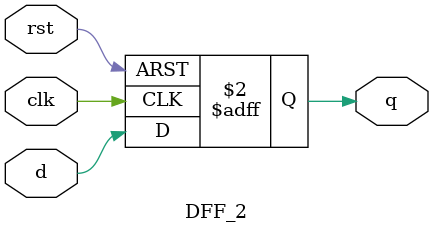
<source format=v>
`timescale 1ns / 1ps
module DFF_2(clk,rst,d,q);
    input clk,d,rst;
    output reg q;
    
    always @(posedge clk,posedge rst)
    begin
        if(rst) q<=0;
        else q<=d;
    end
endmodule
</source>
